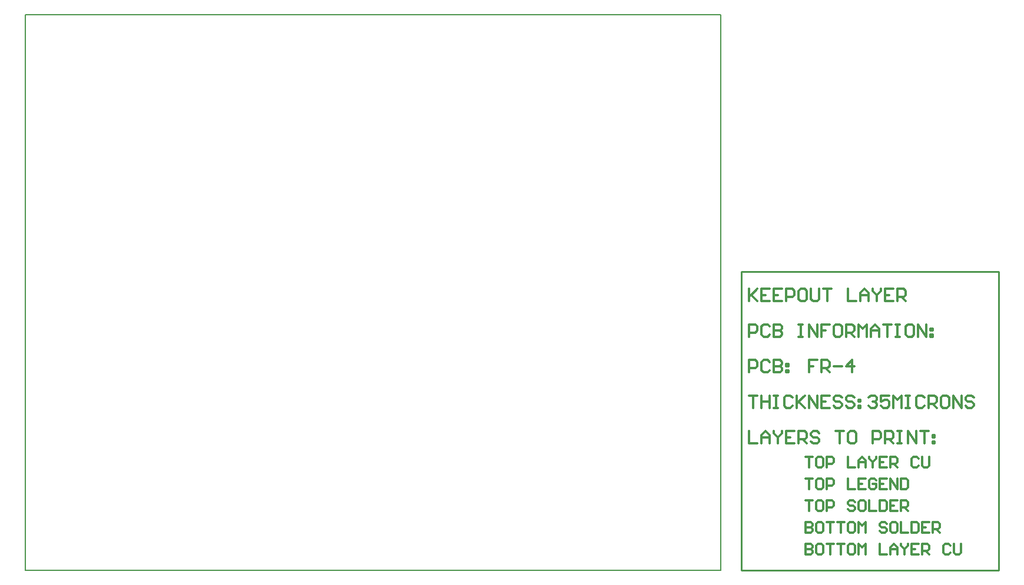
<source format=gko>
%FSLAX25Y25*%
%MOIN*%
G70*
G01*
G75*
G04 Layer_Color=16711935*
%ADD10C,0.01800*%
%ADD11C,0.04000*%
%ADD12C,0.02000*%
%ADD13C,0.02200*%
%ADD14C,0.02400*%
%ADD15C,0.03200*%
%ADD16C,0.03000*%
%ADD17R,0.05512X0.06693*%
%ADD18O,0.09843X0.02756*%
%ADD19R,0.05118X0.06693*%
%ADD20R,0.06693X0.05512*%
%ADD21C,0.00800*%
%ADD22C,0.01200*%
%ADD23C,0.09000*%
%ADD24O,0.07500X0.09000*%
%ADD25R,0.07500X0.09000*%
%ADD26O,0.09000X0.07500*%
%ADD27O,0.07500X0.06000*%
%ADD28R,0.09000X0.07500*%
%ADD29R,0.09500X0.09500*%
%ADD30C,0.09500*%
%ADD31C,0.10000*%
%ADD32R,0.09000X0.09000*%
%ADD33C,0.07500*%
%ADD34C,0.08500*%
%ADD35R,0.07500X0.10000*%
%ADD36O,0.07500X0.10000*%
%ADD37C,0.06000*%
%ADD38C,0.01400*%
%ADD39C,0.01500*%
%ADD40C,0.01000*%
%ADD41C,0.00984*%
%ADD42C,0.00787*%
%ADD43C,0.00400*%
G04:AMPARAMS|DCode=44|XSize=18.01mil|YSize=15.73mil|CornerRadius=0mil|HoleSize=0mil|Usage=FLASHONLY|Rotation=233.000|XOffset=0mil|YOffset=0mil|HoleType=Round|Shape=Rectangle|*
%AMROTATEDRECTD44*
4,1,4,-0.00086,0.01193,0.01170,0.00246,0.00086,-0.01193,-0.01170,-0.00246,-0.00086,0.01193,0.0*
%
%ADD44ROTATEDRECTD44*%

G04:AMPARAMS|DCode=45|XSize=18.01mil|YSize=15.74mil|CornerRadius=0mil|HoleSize=0mil|Usage=FLASHONLY|Rotation=307.000|XOffset=0mil|YOffset=0mil|HoleType=Round|Shape=Rectangle|*
%AMROTATEDRECTD45*
4,1,4,-0.01170,0.00246,0.00087,0.01193,0.01170,-0.00246,-0.00087,-0.01193,-0.01170,0.00246,0.0*
%
%ADD45ROTATEDRECTD45*%

G04:AMPARAMS|DCode=46|XSize=18.01mil|YSize=15.73mil|CornerRadius=0mil|HoleSize=0mil|Usage=FLASHONLY|Rotation=37.000|XOffset=0mil|YOffset=0mil|HoleType=Round|Shape=Rectangle|*
%AMROTATEDRECTD46*
4,1,4,-0.00246,-0.01170,-0.01193,0.00087,0.00246,0.01170,0.01193,-0.00087,-0.00246,-0.01170,0.0*
%
%ADD46ROTATEDRECTD46*%

G04:AMPARAMS|DCode=47|XSize=18.01mil|YSize=15.74mil|CornerRadius=0mil|HoleSize=0mil|Usage=FLASHONLY|Rotation=323.000|XOffset=0mil|YOffset=0mil|HoleType=Round|Shape=Rectangle|*
%AMROTATEDRECTD47*
4,1,4,-0.01193,-0.00087,-0.00246,0.01170,0.01193,0.00087,0.00246,-0.01170,-0.01193,-0.00087,0.0*
%
%ADD47ROTATEDRECTD47*%

G04:AMPARAMS|DCode=48|XSize=18.01mil|YSize=15.73mil|CornerRadius=0mil|HoleSize=0mil|Usage=FLASHONLY|Rotation=53.000|XOffset=0mil|YOffset=0mil|HoleType=Round|Shape=Rectangle|*
%AMROTATEDRECTD48*
4,1,4,0.00087,-0.01193,-0.01170,-0.00246,-0.00087,0.01193,0.01170,0.00246,0.00087,-0.01193,0.0*
%
%ADD48ROTATEDRECTD48*%

G04:AMPARAMS|DCode=49|XSize=18.01mil|YSize=15.74mil|CornerRadius=0mil|HoleSize=0mil|Usage=FLASHONLY|Rotation=323.000|XOffset=0mil|YOffset=0mil|HoleType=Round|Shape=Rectangle|*
%AMROTATEDRECTD49*
4,1,4,-0.01193,-0.00087,-0.00246,0.01170,0.01193,0.00087,0.00246,-0.01170,-0.01193,-0.00087,0.0*
%
%ADD49ROTATEDRECTD49*%

%ADD50R,0.07874X0.03937*%
%ADD51R,0.05000X0.06000*%
%ADD52R,0.06312X0.07493*%
%ADD53O,0.10642X0.03556*%
%ADD54R,0.05918X0.07493*%
%ADD55R,0.07493X0.06312*%
%ADD56C,0.09800*%
%ADD57O,0.08300X0.09800*%
%ADD58R,0.08300X0.09800*%
%ADD59O,0.09800X0.08300*%
%ADD60O,0.08300X0.06800*%
%ADD61R,0.09800X0.08300*%
%ADD62R,0.10300X0.10300*%
%ADD63C,0.10300*%
%ADD64C,0.10800*%
%ADD65R,0.09800X0.09800*%
%ADD66C,0.08300*%
%ADD67C,0.00800*%
%ADD68C,0.09300*%
%ADD69R,0.08300X0.10800*%
%ADD70O,0.08300X0.10800*%
%ADD71C,0.06800*%
D21*
X393701Y393701D02*
Y708661D01*
X787402D01*
Y393701D02*
Y708661D01*
X393701Y393701D02*
X787402D01*
D22*
X835500Y420873D02*
Y414875D01*
X838499D01*
X839499Y415875D01*
Y416874D01*
X838499Y417874D01*
X835500D01*
X838499D01*
X839499Y418874D01*
Y419873D01*
X838499Y420873D01*
X835500D01*
X844497D02*
X842498D01*
X841498Y419873D01*
Y415875D01*
X842498Y414875D01*
X844497D01*
X845497Y415875D01*
Y419873D01*
X844497Y420873D01*
X847496D02*
X851495D01*
X849496D01*
Y414875D01*
X853494Y420873D02*
X857493D01*
X855494D01*
Y414875D01*
X862491Y420873D02*
X860492D01*
X859492Y419873D01*
Y415875D01*
X860492Y414875D01*
X862491D01*
X863491Y415875D01*
Y419873D01*
X862491Y420873D01*
X865490Y414875D02*
Y420873D01*
X867490Y418874D01*
X869489Y420873D01*
Y414875D01*
X881485Y419873D02*
X880485Y420873D01*
X878486D01*
X877486Y419873D01*
Y418874D01*
X878486Y417874D01*
X880485D01*
X881485Y416874D01*
Y415875D01*
X880485Y414875D01*
X878486D01*
X877486Y415875D01*
X886483Y420873D02*
X884484D01*
X883484Y419873D01*
Y415875D01*
X884484Y414875D01*
X886483D01*
X887483Y415875D01*
Y419873D01*
X886483Y420873D01*
X889482D02*
Y414875D01*
X893481D01*
X895481Y420873D02*
Y414875D01*
X898480D01*
X899479Y415875D01*
Y419873D01*
X898480Y420873D01*
X895481D01*
X905477D02*
X901479D01*
Y414875D01*
X905477D01*
X901479Y417874D02*
X903478D01*
X907477Y414875D02*
Y420873D01*
X910476D01*
X911475Y419873D01*
Y417874D01*
X910476Y416874D01*
X907477D01*
X909476D02*
X911475Y414875D01*
X835500Y433248D02*
X839499D01*
X837499D01*
Y427250D01*
X844497Y433248D02*
X842498D01*
X841498Y432248D01*
Y428250D01*
X842498Y427250D01*
X844497D01*
X845497Y428250D01*
Y432248D01*
X844497Y433248D01*
X847496Y427250D02*
Y433248D01*
X850495D01*
X851495Y432248D01*
Y430249D01*
X850495Y429249D01*
X847496D01*
X863491Y432248D02*
X862491Y433248D01*
X860492D01*
X859492Y432248D01*
Y431249D01*
X860492Y430249D01*
X862491D01*
X863491Y429249D01*
Y428250D01*
X862491Y427250D01*
X860492D01*
X859492Y428250D01*
X868489Y433248D02*
X866490D01*
X865490Y432248D01*
Y428250D01*
X866490Y427250D01*
X868489D01*
X869489Y428250D01*
Y432248D01*
X868489Y433248D01*
X871488D02*
Y427250D01*
X875487D01*
X877486Y433248D02*
Y427250D01*
X880485D01*
X881485Y428250D01*
Y432248D01*
X880485Y433248D01*
X877486D01*
X887483D02*
X883484D01*
Y427250D01*
X887483D01*
X883484Y430249D02*
X885484D01*
X889482Y427250D02*
Y433248D01*
X892482D01*
X893481Y432248D01*
Y430249D01*
X892482Y429249D01*
X889482D01*
X891482D02*
X893481Y427250D01*
X835500Y457998D02*
X839499D01*
X837499D01*
Y452000D01*
X844497Y457998D02*
X842498D01*
X841498Y456998D01*
Y453000D01*
X842498Y452000D01*
X844497D01*
X845497Y453000D01*
Y456998D01*
X844497Y457998D01*
X847496Y452000D02*
Y457998D01*
X850495D01*
X851495Y456998D01*
Y454999D01*
X850495Y453999D01*
X847496D01*
X859492Y457998D02*
Y452000D01*
X863491D01*
X865490D02*
Y455999D01*
X867490Y457998D01*
X869489Y455999D01*
Y452000D01*
Y454999D01*
X865490D01*
X871488Y457998D02*
Y456998D01*
X873488Y454999D01*
X875487Y456998D01*
Y457998D01*
X873488Y454999D02*
Y452000D01*
X881485Y457998D02*
X877486D01*
Y452000D01*
X881485D01*
X877486Y454999D02*
X879486D01*
X883484Y452000D02*
Y457998D01*
X886483D01*
X887483Y456998D01*
Y454999D01*
X886483Y453999D01*
X883484D01*
X885484D02*
X887483Y452000D01*
X899479Y456998D02*
X898480Y457998D01*
X896480D01*
X895481Y456998D01*
Y453000D01*
X896480Y452000D01*
X898480D01*
X899479Y453000D01*
X901479Y457998D02*
Y453000D01*
X902478Y452000D01*
X904478D01*
X905477Y453000D01*
Y457998D01*
X835500Y445623D02*
X839499D01*
X837499D01*
Y439625D01*
X844497Y445623D02*
X842498D01*
X841498Y444623D01*
Y440625D01*
X842498Y439625D01*
X844497D01*
X845497Y440625D01*
Y444623D01*
X844497Y445623D01*
X847496Y439625D02*
Y445623D01*
X850495D01*
X851495Y444623D01*
Y442624D01*
X850495Y441624D01*
X847496D01*
X859492Y445623D02*
Y439625D01*
X863491D01*
X869489Y445623D02*
X865490D01*
Y439625D01*
X869489D01*
X865490Y442624D02*
X867490D01*
X875487Y444623D02*
X874487Y445623D01*
X872488D01*
X871488Y444623D01*
Y440625D01*
X872488Y439625D01*
X874487D01*
X875487Y440625D01*
Y442624D01*
X873488D01*
X881485Y445623D02*
X877486D01*
Y439625D01*
X881485D01*
X877486Y442624D02*
X879486D01*
X883484Y439625D02*
Y445623D01*
X887483Y439625D01*
Y445623D01*
X889482D02*
Y439625D01*
X892482D01*
X893481Y440625D01*
Y444623D01*
X892482Y445623D01*
X889482D01*
X835500Y408498D02*
Y402500D01*
X838499D01*
X839499Y403500D01*
Y404499D01*
X838499Y405499D01*
X835500D01*
X838499D01*
X839499Y406499D01*
Y407498D01*
X838499Y408498D01*
X835500D01*
X844497D02*
X842498D01*
X841498Y407498D01*
Y403500D01*
X842498Y402500D01*
X844497D01*
X845497Y403500D01*
Y407498D01*
X844497Y408498D01*
X847496D02*
X851495D01*
X849496D01*
Y402500D01*
X853494Y408498D02*
X857493D01*
X855494D01*
Y402500D01*
X862491Y408498D02*
X860492D01*
X859492Y407498D01*
Y403500D01*
X860492Y402500D01*
X862491D01*
X863491Y403500D01*
Y407498D01*
X862491Y408498D01*
X865490Y402500D02*
Y408498D01*
X867490Y406499D01*
X869489Y408498D01*
Y402500D01*
X877486Y408498D02*
Y402500D01*
X881485D01*
X883484D02*
Y406499D01*
X885484Y408498D01*
X887483Y406499D01*
Y402500D01*
Y405499D01*
X883484D01*
X889482Y408498D02*
Y407498D01*
X891482Y405499D01*
X893481Y407498D01*
Y408498D01*
X891482Y405499D02*
Y402500D01*
X899479Y408498D02*
X895481D01*
Y402500D01*
X899479D01*
X895481Y405499D02*
X897480D01*
X901479Y402500D02*
Y408498D01*
X904478D01*
X905477Y407498D01*
Y405499D01*
X904478Y404499D01*
X901479D01*
X903478D02*
X905477Y402500D01*
X917474Y407498D02*
X916474Y408498D01*
X914474D01*
X913475Y407498D01*
Y403500D01*
X914474Y402500D01*
X916474D01*
X917474Y403500D01*
X919473Y408498D02*
Y403500D01*
X920473Y402500D01*
X922472D01*
X923472Y403500D01*
Y408498D01*
X803600Y472498D02*
Y465500D01*
X808265D01*
X810598D02*
Y470165D01*
X812930Y472498D01*
X815263Y470165D01*
Y465500D01*
Y468999D01*
X810598D01*
X817595Y472498D02*
Y471332D01*
X819928Y468999D01*
X822261Y471332D01*
Y472498D01*
X819928Y468999D02*
Y465500D01*
X829258Y472498D02*
X824593D01*
Y465500D01*
X829258D01*
X824593Y468999D02*
X826926D01*
X831591Y465500D02*
Y472498D01*
X835090D01*
X836256Y471332D01*
Y468999D01*
X835090Y467833D01*
X831591D01*
X833924D02*
X836256Y465500D01*
X843254Y471332D02*
X842088Y472498D01*
X839755D01*
X838589Y471332D01*
Y470165D01*
X839755Y468999D01*
X842088D01*
X843254Y467833D01*
Y466666D01*
X842088Y465500D01*
X839755D01*
X838589Y466666D01*
X852584Y472498D02*
X857249D01*
X854917D01*
Y465500D01*
X863081Y472498D02*
X860748D01*
X859582Y471332D01*
Y466666D01*
X860748Y465500D01*
X863081D01*
X864247Y466666D01*
Y471332D01*
X863081Y472498D01*
X873577Y465500D02*
Y472498D01*
X877076D01*
X878243Y471332D01*
Y468999D01*
X877076Y467833D01*
X873577D01*
X880575Y465500D02*
Y472498D01*
X884074D01*
X885240Y471332D01*
Y468999D01*
X884074Y467833D01*
X880575D01*
X882908D02*
X885240Y465500D01*
X887573Y472498D02*
X889905D01*
X888739D01*
Y465500D01*
X887573D01*
X889905D01*
X893404D02*
Y472498D01*
X898069Y465500D01*
Y472498D01*
X900402D02*
X905067D01*
X902735D01*
Y465500D01*
X907400Y470165D02*
X908566D01*
Y468999D01*
X907400D01*
Y470165D01*
Y466666D02*
X908566D01*
Y465500D01*
X907400D01*
Y466666D01*
X803600Y505875D02*
Y512873D01*
X807099D01*
X808265Y511706D01*
Y509374D01*
X807099Y508208D01*
X803600D01*
X815263Y511706D02*
X814097Y512873D01*
X811764D01*
X810598Y511706D01*
Y507041D01*
X811764Y505875D01*
X814097D01*
X815263Y507041D01*
X817595Y512873D02*
Y505875D01*
X821094D01*
X822261Y507041D01*
Y508208D01*
X821094Y509374D01*
X817595D01*
X821094D01*
X822261Y510540D01*
Y511706D01*
X821094Y512873D01*
X817595D01*
X824593Y510540D02*
X825760D01*
Y509374D01*
X824593D01*
Y510540D01*
Y507041D02*
X825760D01*
Y505875D01*
X824593D01*
Y507041D01*
X842088Y512873D02*
X837422D01*
Y509374D01*
X839755D01*
X837422D01*
Y505875D01*
X844420D02*
Y512873D01*
X847919D01*
X849085Y511706D01*
Y509374D01*
X847919Y508208D01*
X844420D01*
X846753D02*
X849085Y505875D01*
X851418Y509374D02*
X856083D01*
X861915Y505875D02*
Y512873D01*
X858416Y509374D01*
X863081D01*
X803600Y492685D02*
X808265D01*
X805933D01*
Y485687D01*
X810598Y492685D02*
Y485687D01*
Y489186D01*
X815263D01*
Y492685D01*
Y485687D01*
X817595Y492685D02*
X819928D01*
X818762D01*
Y485687D01*
X817595D01*
X819928D01*
X828092Y491519D02*
X826926Y492685D01*
X824593D01*
X823427Y491519D01*
Y486854D01*
X824593Y485687D01*
X826926D01*
X828092Y486854D01*
X830425Y492685D02*
Y485687D01*
Y488020D01*
X835090Y492685D01*
X831591Y489186D01*
X835090Y485687D01*
X837422D02*
Y492685D01*
X842088Y485687D01*
Y492685D01*
X849085D02*
X844420D01*
Y485687D01*
X849085D01*
X844420Y489186D02*
X846753D01*
X856083Y491519D02*
X854917Y492685D01*
X852584D01*
X851418Y491519D01*
Y490353D01*
X852584Y489186D01*
X854917D01*
X856083Y488020D01*
Y486854D01*
X854917Y485687D01*
X852584D01*
X851418Y486854D01*
X863081Y491519D02*
X861915Y492685D01*
X859582D01*
X858416Y491519D01*
Y490353D01*
X859582Y489186D01*
X861915D01*
X863081Y488020D01*
Y486854D01*
X861915Y485687D01*
X859582D01*
X858416Y486854D01*
X865413Y490353D02*
X866580D01*
Y489186D01*
X865413D01*
Y490353D01*
Y486854D02*
X866580D01*
Y485687D01*
X865413D01*
Y486854D01*
X871245Y491519D02*
X872411Y492685D01*
X874744D01*
X875910Y491519D01*
Y490353D01*
X874744Y489186D01*
X873577D01*
X874744D01*
X875910Y488020D01*
Y486854D01*
X874744Y485687D01*
X872411D01*
X871245Y486854D01*
X882908Y492685D02*
X878243D01*
Y489186D01*
X880575Y490353D01*
X881741D01*
X882908Y489186D01*
Y486854D01*
X881741Y485687D01*
X879409D01*
X878243Y486854D01*
X885240Y485687D02*
Y492685D01*
X887573Y490353D01*
X889905Y492685D01*
Y485687D01*
X892238Y492685D02*
X894571D01*
X893404D01*
Y485687D01*
X892238D01*
X894571D01*
X902735Y491519D02*
X901568Y492685D01*
X899236D01*
X898069Y491519D01*
Y486854D01*
X899236Y485687D01*
X901568D01*
X902735Y486854D01*
X905067Y485687D02*
Y492685D01*
X908566D01*
X909732Y491519D01*
Y489186D01*
X908566Y488020D01*
X905067D01*
X907400D02*
X909732Y485687D01*
X915564Y492685D02*
X913231D01*
X912065Y491519D01*
Y486854D01*
X913231Y485687D01*
X915564D01*
X916730Y486854D01*
Y491519D01*
X915564Y492685D01*
X919063Y485687D02*
Y492685D01*
X923728Y485687D01*
Y492685D01*
X930726Y491519D02*
X929559Y492685D01*
X927227D01*
X926060Y491519D01*
Y490353D01*
X927227Y489186D01*
X929559D01*
X930726Y488020D01*
Y486854D01*
X929559Y485687D01*
X927227D01*
X926060Y486854D01*
X803600Y526062D02*
Y533060D01*
X807099D01*
X808265Y531894D01*
Y529561D01*
X807099Y528395D01*
X803600D01*
X815263Y531894D02*
X814097Y533060D01*
X811764D01*
X810598Y531894D01*
Y527229D01*
X811764Y526062D01*
X814097D01*
X815263Y527229D01*
X817595Y533060D02*
Y526062D01*
X821094D01*
X822261Y527229D01*
Y528395D01*
X821094Y529561D01*
X817595D01*
X821094D01*
X822261Y530728D01*
Y531894D01*
X821094Y533060D01*
X817595D01*
X831591D02*
X833924D01*
X832757D01*
Y526062D01*
X831591D01*
X833924D01*
X837422D02*
Y533060D01*
X842088Y526062D01*
Y533060D01*
X849085D02*
X844420D01*
Y529561D01*
X846753D01*
X844420D01*
Y526062D01*
X854917Y533060D02*
X852584D01*
X851418Y531894D01*
Y527229D01*
X852584Y526062D01*
X854917D01*
X856083Y527229D01*
Y531894D01*
X854917Y533060D01*
X858416Y526062D02*
Y533060D01*
X861915D01*
X863081Y531894D01*
Y529561D01*
X861915Y528395D01*
X858416D01*
X860748D02*
X863081Y526062D01*
X865413D02*
Y533060D01*
X867746Y530728D01*
X870078Y533060D01*
Y526062D01*
X872411D02*
Y530728D01*
X874744Y533060D01*
X877076Y530728D01*
Y526062D01*
Y529561D01*
X872411D01*
X879409Y533060D02*
X884074D01*
X881741D01*
Y526062D01*
X886407Y533060D02*
X888739D01*
X887573D01*
Y526062D01*
X886407D01*
X888739D01*
X895737Y533060D02*
X893404D01*
X892238Y531894D01*
Y527229D01*
X893404Y526062D01*
X895737D01*
X896903Y527229D01*
Y531894D01*
X895737Y533060D01*
X899236Y526062D02*
Y533060D01*
X903901Y526062D01*
Y533060D01*
X906234Y530728D02*
X907400D01*
Y529561D01*
X906234D01*
Y530728D01*
Y527229D02*
X907400D01*
Y526062D01*
X906234D01*
Y527229D01*
X803600Y553248D02*
Y546250D01*
Y548583D01*
X808265Y553248D01*
X804766Y549749D01*
X808265Y546250D01*
X815263Y553248D02*
X810598D01*
Y546250D01*
X815263D01*
X810598Y549749D02*
X812930D01*
X822261Y553248D02*
X817595D01*
Y546250D01*
X822261D01*
X817595Y549749D02*
X819928D01*
X824593Y546250D02*
Y553248D01*
X828092D01*
X829258Y552081D01*
Y549749D01*
X828092Y548583D01*
X824593D01*
X835090Y553248D02*
X832757D01*
X831591Y552081D01*
Y547416D01*
X832757Y546250D01*
X835090D01*
X836256Y547416D01*
Y552081D01*
X835090Y553248D01*
X838589D02*
Y547416D01*
X839755Y546250D01*
X842088D01*
X843254Y547416D01*
Y553248D01*
X845586D02*
X850252D01*
X847919D01*
Y546250D01*
X859582Y553248D02*
Y546250D01*
X864247D01*
X866580D02*
Y550915D01*
X868912Y553248D01*
X871245Y550915D01*
Y546250D01*
Y549749D01*
X866580D01*
X873577Y553248D02*
Y552081D01*
X875910Y549749D01*
X878243Y552081D01*
Y553248D01*
X875910Y549749D02*
Y546250D01*
X885240Y553248D02*
X880575D01*
Y546250D01*
X885240D01*
X880575Y549749D02*
X882908D01*
X887573Y546250D02*
Y553248D01*
X891072D01*
X892238Y552081D01*
Y549749D01*
X891072Y548583D01*
X887573D01*
X889905D02*
X892238Y546250D01*
D40*
X799213Y562992D02*
X944882D01*
Y393701D02*
Y562992D01*
X799213Y393701D02*
X944882D01*
X799213D02*
Y562992D01*
M02*

</source>
